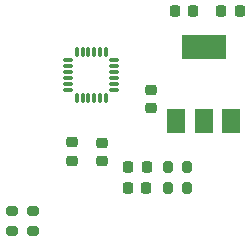
<source format=gbr>
%TF.GenerationSoftware,KiCad,Pcbnew,6.0.2-378541a8eb~116~ubuntu20.04.1*%
%TF.CreationDate,2022-03-05T23:19:36+02:00*%
%TF.ProjectId,ActionPCB,41637469-6f6e-4504-9342-2e6b69636164,rev?*%
%TF.SameCoordinates,Original*%
%TF.FileFunction,Paste,Top*%
%TF.FilePolarity,Positive*%
%FSLAX46Y46*%
G04 Gerber Fmt 4.6, Leading zero omitted, Abs format (unit mm)*
G04 Created by KiCad (PCBNEW 6.0.2-378541a8eb~116~ubuntu20.04.1) date 2022-03-05 23:19:36*
%MOMM*%
%LPD*%
G01*
G04 APERTURE LIST*
G04 Aperture macros list*
%AMRoundRect*
0 Rectangle with rounded corners*
0 $1 Rounding radius*
0 $2 $3 $4 $5 $6 $7 $8 $9 X,Y pos of 4 corners*
0 Add a 4 corners polygon primitive as box body*
4,1,4,$2,$3,$4,$5,$6,$7,$8,$9,$2,$3,0*
0 Add four circle primitives for the rounded corners*
1,1,$1+$1,$2,$3*
1,1,$1+$1,$4,$5*
1,1,$1+$1,$6,$7*
1,1,$1+$1,$8,$9*
0 Add four rect primitives between the rounded corners*
20,1,$1+$1,$2,$3,$4,$5,0*
20,1,$1+$1,$4,$5,$6,$7,0*
20,1,$1+$1,$6,$7,$8,$9,0*
20,1,$1+$1,$8,$9,$2,$3,0*%
G04 Aperture macros list end*
%ADD10RoundRect,0.075000X0.075000X-0.350000X0.075000X0.350000X-0.075000X0.350000X-0.075000X-0.350000X0*%
%ADD11RoundRect,0.075000X-0.350000X-0.075000X0.350000X-0.075000X0.350000X0.075000X-0.350000X0.075000X0*%
%ADD12RoundRect,0.218750X0.218750X0.256250X-0.218750X0.256250X-0.218750X-0.256250X0.218750X-0.256250X0*%
%ADD13RoundRect,0.200000X0.200000X0.275000X-0.200000X0.275000X-0.200000X-0.275000X0.200000X-0.275000X0*%
%ADD14RoundRect,0.225000X0.225000X0.250000X-0.225000X0.250000X-0.225000X-0.250000X0.225000X-0.250000X0*%
%ADD15R,1.500000X2.000000*%
%ADD16R,3.800000X2.000000*%
%ADD17RoundRect,0.225000X-0.250000X0.225000X-0.250000X-0.225000X0.250000X-0.225000X0.250000X0.225000X0*%
%ADD18RoundRect,0.200000X-0.275000X0.200000X-0.275000X-0.200000X0.275000X-0.200000X0.275000X0.200000X0*%
%ADD19RoundRect,0.225000X-0.225000X-0.250000X0.225000X-0.250000X0.225000X0.250000X-0.225000X0.250000X0*%
G04 APERTURE END LIST*
D10*
%TO.C,U1*%
X125396000Y-41265000D03*
X125896000Y-41265000D03*
X126396000Y-41265000D03*
X126896000Y-41265000D03*
X127396000Y-41265000D03*
X127896000Y-41265000D03*
D11*
X128596000Y-41965000D03*
X128596000Y-42465000D03*
X128596000Y-42965000D03*
X128596000Y-43465000D03*
X128596000Y-43965000D03*
X128596000Y-44465000D03*
D10*
X127896000Y-45165000D03*
X127396000Y-45165000D03*
X126896000Y-45165000D03*
X126396000Y-45165000D03*
X125896000Y-45165000D03*
X125396000Y-45165000D03*
D11*
X124696000Y-44465000D03*
X124696000Y-43965000D03*
X124696000Y-43465000D03*
X124696000Y-42965000D03*
X124696000Y-42465000D03*
X124696000Y-41965000D03*
%TD*%
D12*
%TO.C,D2*%
X129719500Y-52765000D03*
X131294500Y-52765000D03*
%TD*%
D13*
%TO.C,R3*%
X133098000Y-50987000D03*
X134748000Y-50987000D03*
%TD*%
D14*
%TO.C,C4*%
X137644000Y-37779000D03*
X139194000Y-37779000D03*
%TD*%
D15*
%TO.C,U2*%
X138446000Y-47127000D03*
X136146000Y-47127000D03*
D16*
X136146000Y-40827000D03*
D15*
X133846000Y-47127000D03*
%TD*%
D17*
%TO.C,C1*%
X124970000Y-50479000D03*
X124970000Y-48929000D03*
%TD*%
D18*
%TO.C,R2*%
X121668000Y-56384000D03*
X121668000Y-54734000D03*
%TD*%
D17*
%TO.C,C2*%
X127510000Y-50492000D03*
X127510000Y-48942000D03*
%TD*%
D12*
%TO.C,D1*%
X129745000Y-50987000D03*
X131320000Y-50987000D03*
%TD*%
D17*
%TO.C,C5*%
X131701000Y-46022000D03*
X131701000Y-44472000D03*
%TD*%
D13*
%TO.C,R4*%
X133099000Y-52765000D03*
X134749000Y-52765000D03*
%TD*%
D19*
%TO.C,C3*%
X135283000Y-37779000D03*
X133733000Y-37779000D03*
%TD*%
D18*
%TO.C,R1*%
X119890000Y-56384000D03*
X119890000Y-54734000D03*
%TD*%
M02*

</source>
